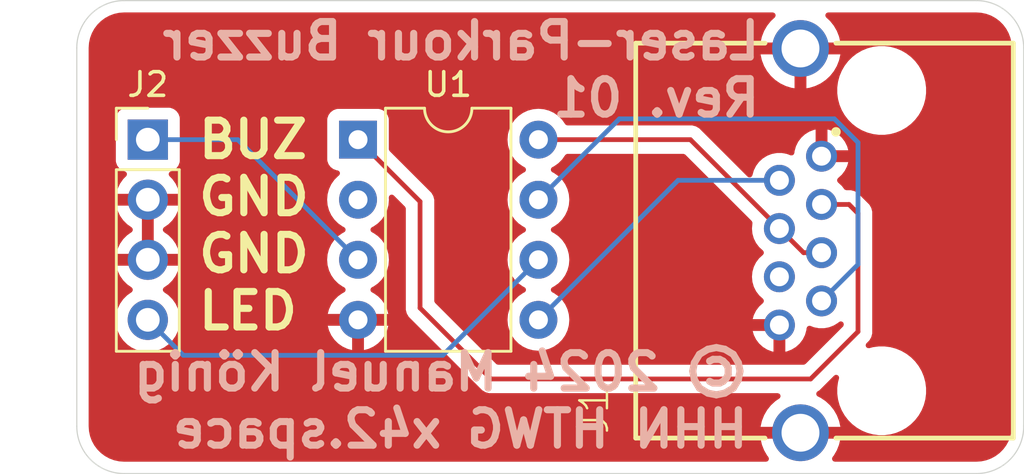
<source format=kicad_pcb>
(kicad_pcb (version 20240108) (generator "pcbnew") (generator_version "8.0")
  (title_block (title "Laser-Parkour Buzzer") (date "2024-08-24") (rev "01") (company "Manuel König HHN HTWG x42.space"))
  (layers (0 "F.Cu" signal) (31 "B.Cu" signal) (34 "B.Paste" user) (35 "F.Paste" user) (36 "B.SilkS" user "B.Silkscreen") (37 "F.SilkS" user "F.Silkscreen") (38 "B.Mask" user) (39 "F.Mask" user) (44 "Edge.Cuts" user))
  (net 0 "")
  (net 1 "/Reset")
  (net 2 "/SCL")
  (net 3 "+5V")
  (net 4 "/SDA")
  (net 6 "GND")
  (net 7 "/LED")
  (net 8 "/BUZZER")
  (footprint "Package_DIP:DIP-8_W7.62mm" (layer "F.Cu") (at 61.88 70.88)
    (property "Reference" "U1" (at 3.81 -2.33 0) (layer "F.SilkS"))
    (property "Value" "ATtiny85-20P")
    (fp_line (start 1.16 -1.33) (end 1.16 8.95) (stroke (width 0.12)) (layer "F.SilkS"))
    (fp_line (start 1.16 8.95) (end 6.46 8.95) (stroke (width 0.12)) (layer "F.SilkS"))
    (fp_line (start 2.81 -1.33) (end 1.16 -1.33) (stroke (width 0.12)) (layer "F.SilkS"))
    (fp_line (start 6.46 -1.33) (end 4.81 -1.33) (stroke (width 0.12)) (layer "F.SilkS"))
    (fp_line (start 6.46 8.95) (end 6.46 -1.33) (stroke (width 0.12)) (layer "F.SilkS"))
    (fp_arc (start 4.81 -1.33) (mid 3.81 -0.33) (end 2.81 -1.33) (stroke (width 0.12)) (layer "F.SilkS"))
    (pad "1" thru_hole rect (at 0 0) (size 1.6 1.6) (drill 0.8) (layers "*.Cu" "*.Mask") (net 1 "/Reset"))
    (pad "2" thru_hole oval (at 0 2.54) (size 1.6 1.6) (drill 0.8) (layers "*.Cu" "*.Mask"))
    (pad "3" thru_hole oval (at 0 5.08) (size 1.6 1.6) (drill 0.8) (layers "*.Cu" "*.Mask") (net 8 "/BUZZER"))
    (pad "4" thru_hole oval (at 0 7.62) (size 1.6 1.6) (drill 0.8) (layers "*.Cu" "*.Mask") (net 6 "GND"))
    (pad "5" thru_hole oval (at 7.62 7.62) (size 1.6 1.6) (drill 0.8) (layers "*.Cu" "*.Mask") (net 4 "/SDA"))
    (pad "6" thru_hole oval (at 7.62 5.08) (size 1.6 1.6) (drill 0.8) (layers "*.Cu" "*.Mask") (net 7 "/LED"))
    (pad "7" thru_hole oval (at 7.62 2.54) (size 1.6 1.6) (drill 0.8) (layers "*.Cu" "*.Mask") (net 2 "/SCL"))
    (pad "8" thru_hole oval (at 7.62 0) (size 1.6 1.6) (drill 0.8) (layers "*.Cu" "*.Mask") (net 3 "+5V"))
  )
  (footprint "Connector_PinHeader_2.54mm:PinHeader_1x04_P2.54mm_Vertical" (layer "F.Cu") (at 53 70.88)
    (property "Reference" "J2" (at 0 -2.33 0) (layer "F.SilkS"))
    (property "Value" "Conn_01x04_Pin")
    (fp_line (start -1.33 -1.33) (end 0 -1.33) (stroke (width 0.12)) (layer "F.SilkS"))
    (fp_line (start -1.33 0) (end -1.33 -1.33) (stroke (width 0.12)) (layer "F.SilkS"))
    (fp_line (start -1.33 1.27) (end -1.33 8.95) (stroke (width 0.12)) (layer "F.SilkS"))
    (fp_line (start -1.33 1.27) (end 1.33 1.27) (stroke (width 0.12)) (layer "F.SilkS"))
    (fp_line (start -1.33 8.95) (end 1.33 8.95) (stroke (width 0.12)) (layer "F.SilkS"))
    (fp_line (start 1.33 1.27) (end 1.33 8.95) (stroke (width 0.12)) (layer "F.SilkS"))
    (pad "1" thru_hole rect (at 0 0) (size 1.7 1.7) (drill 1) (layers "*.Cu" "*.Mask") (net 8 "/BUZZER"))
    (pad "2" thru_hole oval (at 0 2.54) (size 1.7 1.7) (drill 1) (layers "*.Cu" "*.Mask") (net 6 "GND"))
    (pad "3" thru_hole oval (at 0 5.08) (size 1.7 1.7) (drill 1) (layers "*.Cu" "*.Mask") (net 6 "GND"))
    (pad "4" thru_hole oval (at 0 7.62) (size 1.7 1.7) (drill 1) (layers "*.Cu" "*.Mask") (net 7 "/LED"))
  )
  (footprint "Buzzer:WR-MJ Modular Jack Horizontal Shielded w. EMI Panel Finger 8P8C Tab Up" (layer "F.Cu") (at 81.585 75.15 90)
    (property "Reference" "J1" (at -8.2675 -9.0425 90) (layer "F.SilkS") (effects (font (size 1.1684 1.1684) (thickness 0.1016)) (justify left bottom)))
    (property "Value" "RJ45")
    (fp_line (start 8.35 -7.975) (end 8.35 -2.515) (stroke (width 0.2)) (layer "F.SilkS"))
    (fp_line (start -8.35 -7.975) (end 8.35 -7.975) (stroke (width 0.2)) (layer "F.SilkS"))
    (fp_line (start -8.35 -7.975) (end -8.35 -2.515) (stroke (width 0.2)) (layer "F.SilkS"))
    (fp_line (start -8.35 0.485) (end -8.35 7.975) (stroke (width 0.2)) (layer "F.SilkS"))
    (fp_line (start 8.35 7.975) (end 8.35 0.485) (stroke (width 0.2)) (layer "F.SilkS"))
    (fp_line (start -8.35 7.975) (end 8.35 7.975) (stroke (width 0.2)) (layer "F.SilkS"))
    (fp_circle (center 4.6 0.485) (end 4.7 0.485) (stroke (width 0.2)) (fill none) (layer "F.SilkS"))
    (pad "" np_thru_hole circle (at -6.35 2.415 90) (size 3.25 3.25) (drill 3.25) (layers "*.Cu" "*.Mask"))
    (pad "" np_thru_hole circle (at 6.35 2.415 90) (size 3.25 3.25) (drill 3.25) (layers "*.Cu" "*.Mask"))
    (pad "1" thru_hole circle (at 3.57 -0.125 90) (size 1.308 1.308) (drill 0.8) (layers "*.Cu" "*.Mask") (net 6 "GND"))
    (pad "2" thru_hole circle (at 2.55 -1.905 90) (size 1.308 1.308) (drill 0.8) (layers "*.Cu" "*.Mask") (net 4 "/SDA"))
    (pad "3" thru_hole circle (at 1.53 -0.125 90) (size 1.308 1.308) (drill 0.8) (layers "*.Cu" "*.Mask") (net 1 "/Reset"))
    (pad "4" thru_hole circle (at 0.51 -1.905 90) (size 1.308 1.308) (drill 0.8) (layers "*.Cu" "*.Mask") (net 3 "+5V"))
    (pad "5" thru_hole circle (at -0.51 -0.125 90) (size 1.308 1.308) (drill 0.8) (layers "*.Cu" "*.Mask") (net 3 "+5V"))
    (pad "6" thru_hole circle (at -1.53 -1.905 90) (size 1.308 1.308) (drill 0.8) (layers "*.Cu" "*.Mask"))
    (pad "7" thru_hole circle (at -2.55 -0.125 90) (size 1.308 1.308) (drill 0.8) (layers "*.Cu" "*.Mask") (net 2 "/SCL"))
    (pad "8" thru_hole circle (at -3.57 -1.905 90) (size 1.308 1.308) (drill 0.8) (layers "*.Cu" "*.Mask") (net 6 "GND"))
    (pad "S1" thru_hole circle (at -8.125 -1.015 90) (size 2.4 2.4) (drill 1.6) (layers "*.Cu" "*.Mask") (net 6 "GND"))
    (pad "S2" thru_hole circle (at 8.125 -1.015 90) (size 2.4 2.4) (drill 1.6) (layers "*.Cu" "*.Mask") (net 6 "GND"))
  )
  (gr_arc (start 90 83) (mid 89.414214 84.414214) (end 88 85) (stroke (width 0.05)) (layer "Edge.Cuts"))
  (gr_line (start 52 65) (end 88 65) (stroke (width 0.05)) (layer "Edge.Cuts"))
  (gr_arc (start 88 65) (mid 89.414214 65.585786) (end 90 67) (stroke (width 0.05)) (layer "Edge.Cuts"))
  (gr_arc (start 50 67) (mid 50.585786 65.585786) (end 52 65) (stroke (width 0.05)) (layer "Edge.Cuts"))
  (gr_arc (start 52 85) (mid 50.585786 84.414214) (end 50 83) (stroke (width 0.05)) (layer "Edge.Cuts"))
  (gr_line (start 90 67) (end 90 83) (stroke (width 0.05)) (layer "Edge.Cuts"))
  (gr_line (start 88 85) (end 52 85) (stroke (width 0.05)) (layer "Edge.Cuts"))
  (gr_line (start 50 83) (end 50 67) (stroke (width 0.05)) (layer "Edge.Cuts"))
  (gr_text "© 2024 Manuel König\nHHN HTWG x42.space" (at 78.5 84 0) (layer "B.SilkS") (effects (font (size 1.5 1.5) (thickness 0.3) (bold yes)) (justify left bottom mirror)))
  (gr_text "Laser-Parkour Buzzer\nRev. 01" (at 79 70 0) (layer "B.SilkS") (effects (font (size 1.5 1.5) (thickness 0.3) (bold yes)) (justify left bottom mirror)))
  (gr_text "BUZ\nGND\nGND\nLED" (at 55 79 0) (layer "F.SilkS") (effects (font (size 1.5 1.5) (thickness 0.3) (bold yes)) (justify left bottom)))
  (segment (start 61.88 70.88) (end 64.5 73.5) (width 0.2) (layer "F.Cu") (net 1))
  (segment (start 83 74) (end 83 79) (width 0.2) (layer "F.Cu") (net 1))
  (segment (start 61.88 70.88) (end 61.88 70.62) (width 0.2) (layer "F.Cu") (net 1))
  (segment (start 83 79) (end 81 81) (width 0.2) (layer "F.Cu") (net 1))
  (segment (start 64.5 78) (end 67.5 81) (width 0.2) (layer "F.Cu") (net 1))
  (segment (start 81.46 73.62) (end 82.62 73.62) (width 0.2) (layer "F.Cu") (net 1))
  (segment (start 64.5 73.5) (end 64.5 78) (width 0.2) (layer "F.Cu") (net 1))
  (segment (start 81 81) (end 67.5 81) (width 0.2) (layer "F.Cu") (net 1))
  (segment (start 82.62 73.62) (end 83 74) (width 0.2) (layer "F.Cu") (net 1))
  (segment (start 81.46 77.7) (end 83 76.16) (width 0.2) (layer "B.Cu") (net 2))
  (segment (start 83 71) (end 82 70) (width 0.2) (layer "B.Cu") (net 2))
  (segment (start 72.92 70) (end 69.5 73.42) (width 0.2) (layer "B.Cu") (net 2))
  (segment (start 83 76.16) (end 83 71) (width 0.2) (layer "B.Cu") (net 2))
  (segment (start 82 70) (end 72.92 70) (width 0.2) (layer "B.Cu") (net 2))
  (segment (start 79.68 74.64) (end 80.7 75.66) (width 0.2) (layer "F.Cu") (net 3))
  (segment (start 80.7 75.66) (end 81.46 75.66) (width 0.2) (layer "F.Cu") (net 3))
  (segment (start 75.92 70.88) (end 79.68 74.64) (width 0.2) (layer "F.Cu") (net 3))
  (segment (start 69.5 70.88) (end 75.92 70.88) (width 0.2) (layer "F.Cu") (net 3))
  (segment (start 75.4 72.6) (end 69.5 78.5) (width 0.2) (layer "B.Cu") (net 4))
  (segment (start 79.68 72.6) (end 75.4 72.6) (width 0.2) (layer "B.Cu") (net 4))
  (segment (start 69.5 75.96) (end 65.46 80) (width 0.2) (layer "B.Cu") (net 7))
  (segment (start 54.5 80) (end 53 78.5) (width 0.2) (layer "B.Cu") (net 7))
  (segment (start 65.46 80) (end 54.5 80) (width 0.2) (layer "B.Cu") (net 7))
  (segment (start 53 70.88) (end 56.8 70.88) (width 0.2) (layer "B.Cu") (net 8))
  (segment (start 56.8 70.88) (end 61.88 75.96) (width 0.2) (layer "B.Cu") (net 8))
  (zone (net 6) (net_name "GND") (layer "F.Cu") (connect_pads (clearance 0.5)) (min_thickness 0.25) (fill yes (thermal_gap 0.5) (thermal_bridge_width 0.5))
    (polygon (pts (xy 50 85) (xy 90 85) (xy 90 65) (xy 50 65)))
  )
)
</source>
